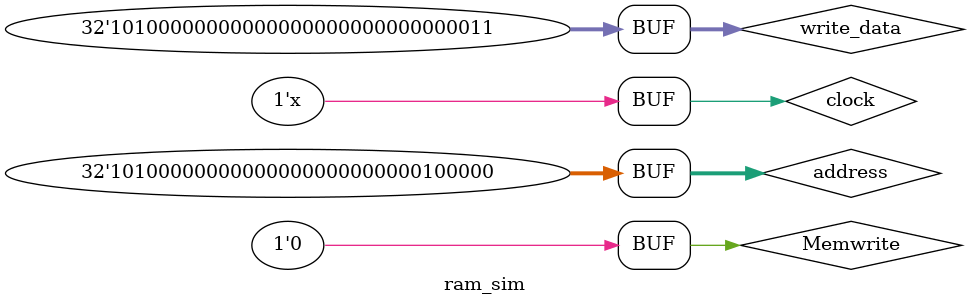
<source format=v>
`timescale 1ns / 1ps



module ram_sim( );
    // input
    reg[31:0] address = 32'h00000010; //À´×ÔÖ´ÐÐµ¥ÔªËã³öµÄ alu_result
    reg[31:0] write_data = 32'ha0000000; //À´×ÔÒëÂëµ¥ÔªµÄ read_data2
    reg Memwrite = 1'b0; //À´×Ô¿ØÖÆµ¥Ôª
    reg clock = 1'b0; 
    // output
    wire[31:0] read_data;

    dmemory32 Uram(.read_data(read_data),.address(address),.write_data(write_data),.Memwrite(Memwrite),.clock(clock));

    initial begin
    #200    begin write_data = 32'hA00000F5;Memwrite = 1'b1; end
    #200    Memwrite = 1'b0;
    #80     begin address = 32'hA0000010;write_data = 32'hA0000001;Memwrite = 1'b1; end 
    #50     begin Memwrite = 1'b0;end
    #50    begin address = 32'hA0000020;write_data = 32'hA0000002;Memwrite = 1'b1; end
    #100    begin address = 32'hA0000030;Memwrite = 1'b0;end
    #100    begin address = 32'hA0000040;Memwrite = 1'b1;write_data = 32'hA0000003;end
    #100    begin address = 32'hA0000020;Memwrite = 1'b0;end
    end
    always #50 clock = ~clock; 
endmodule

</source>
